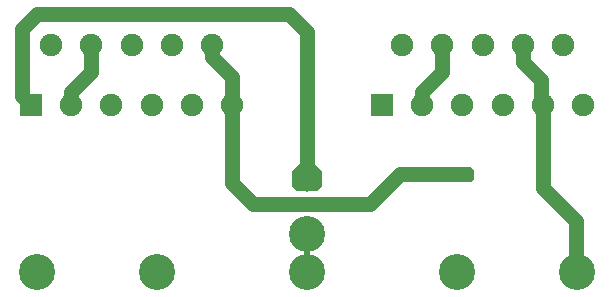
<source format=gbl>
G04 DipTrace Beta 2.9.0.1*
G04 OPA541APBreakout.GBL*
%MOIN*%
G04 #@! TF.FileFunction,Copper,L2,Bot*
G04 #@! TF.Part,Single*
G04 #@! TA.AperFunction,Conductor,NotC*
%ADD13C,0.05*%
%ADD14C,0.02*%
%ADD15C,0.012992*%
G04 #@! TA.AperFunction,ViaPad*
%ADD16C,0.025*%
G04 #@! TA.AperFunction,ComponentPad*
%ADD23C,0.12*%
%ADD27R,0.075X0.075*%
%ADD28C,0.075*%
%FSLAX26Y26*%
G04*
G70*
G90*
G75*
G01*
G04 Bottom*
%LPD*%
X1719000Y830000D2*
D13*
Y776000D1*
X1780000Y715000D1*
Y636000D1*
X1786000Y630000D1*
Y354000D1*
X1895000Y245000D1*
Y80000D1*
X1900000Y75000D1*
X1000000Y200000D2*
D14*
Y75000D1*
X975000Y370000D2*
D15*
X985000D1*
X1000000Y355000D1*
X1010000D1*
X1025000Y370000D1*
Y400000D1*
X1015000D1*
X1000000Y415000D1*
X990000D1*
X975000Y400000D1*
X985000D1*
X1000000Y385000D1*
Y415000D2*
D13*
Y875000D1*
X940000Y935000D1*
X100000D1*
X50000Y885000D1*
Y660000D1*
X80000Y630000D1*
X683000Y830000D2*
Y792000D1*
X750000Y725000D1*
Y630000D1*
Y370000D1*
X820000Y300000D1*
X1210000D1*
X1310000Y400000D1*
X1417500D1*
D16*
X1440000D1*
X1530000D2*
X1500000D1*
X1470000D1*
X1440000D1*
X214000Y630000D2*
D13*
Y674000D1*
X280000Y740000D1*
Y829000D1*
X281000Y830000D1*
X1384000Y630000D2*
Y674000D1*
X1450000Y740000D1*
Y829000D1*
X1451000Y830000D1*
D16*
X1000000Y385000D3*
X1025000Y400000D3*
X975000Y370000D3*
X1025000D3*
X975000Y400000D3*
X1440000D3*
X1470000D3*
X1500000D3*
X1530000D3*
X1000000Y415000D3*
Y355000D3*
D23*
X100000Y75000D3*
X1900000D3*
X1000000D3*
X500000D3*
X1500000D3*
X1000000Y200000D3*
D27*
X80000Y630000D3*
D28*
X415000Y830000D3*
X348000Y630000D3*
X281000Y830000D3*
X214000Y630000D3*
X147000Y830000D3*
X482000Y630000D3*
X549000Y830000D3*
X616000Y630000D3*
X683000Y830000D3*
X750000Y630000D3*
D27*
X1250000D3*
D28*
X1585000Y830000D3*
X1518000Y630000D3*
X1451000Y830000D3*
X1384000Y630000D3*
X1317000Y830000D3*
X1652000Y630000D3*
X1719000Y830000D3*
X1786000Y630000D3*
X1853000Y830000D3*
X1920000Y630000D3*
G36*
X980000Y440000D2*
X950000Y410000D1*
Y360000D1*
X965000Y345000D1*
X1035000D1*
X1050000Y360000D1*
Y410000D1*
X1020000Y440000D1*
X1015000D1*
X980000D1*
G37*
G36*
X1415000Y425000D2*
X1545000D1*
X1555000Y415000D1*
Y385000D1*
X1545000Y375000D1*
X1415000D1*
X1405000Y385000D1*
Y415000D1*
X1415000Y425000D1*
G37*
M02*

</source>
